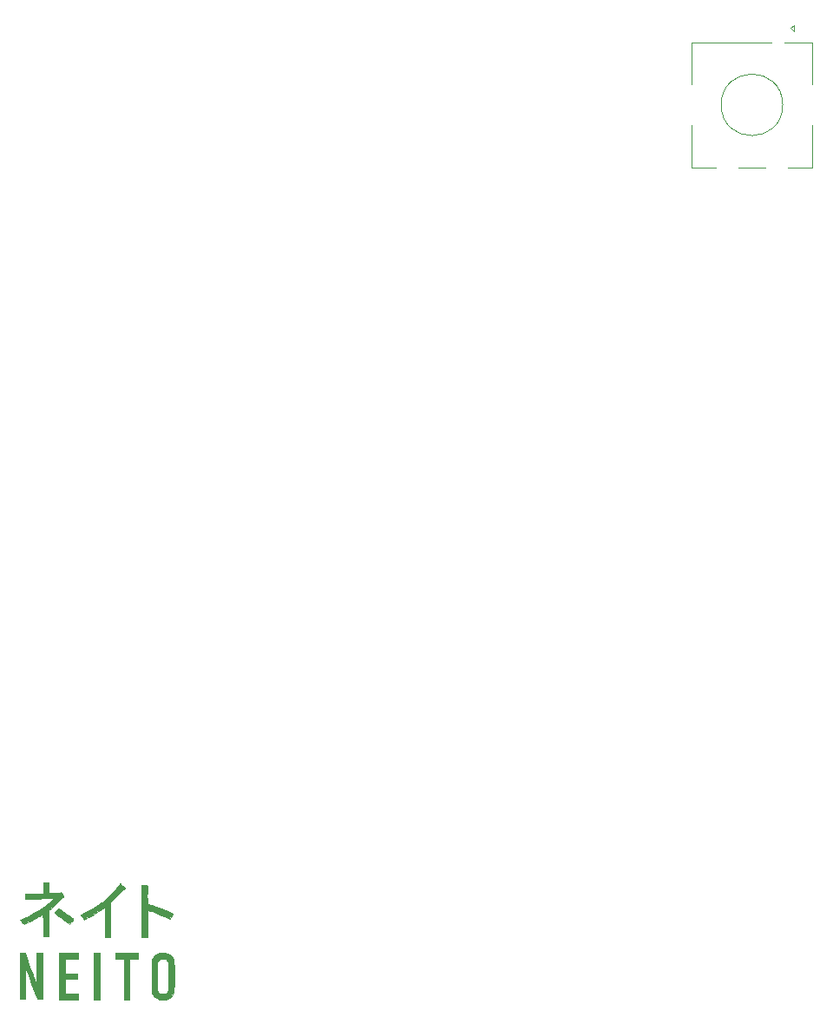
<source format=gto>
G04 #@! TF.GenerationSoftware,KiCad,Pcbnew,(5.1.5-0-10_14)*
G04 #@! TF.CreationDate,2020-08-30T20:07:43+03:00*
G04 #@! TF.ProjectId,arisu,61726973-752e-46b6-9963-61645f706362,1.1*
G04 #@! TF.SameCoordinates,Original*
G04 #@! TF.FileFunction,Legend,Top*
G04 #@! TF.FilePolarity,Positive*
%FSLAX46Y46*%
G04 Gerber Fmt 4.6, Leading zero omitted, Abs format (unit mm)*
G04 Created by KiCad (PCBNEW (5.1.5-0-10_14)) date 2020-08-30 20:07:43*
%MOMM*%
%LPD*%
G04 APERTURE LIST*
%ADD10C,0.010000*%
%ADD11C,0.120000*%
%ADD12C,2.102000*%
%ADD13R,2.102000X2.102000*%
%ADD14C,2.302000*%
%ADD15C,4.102000*%
%ADD16C,1.802000*%
%ADD17C,3.152000*%
%ADD18C,4.502000*%
%ADD19R,1.802000X1.802000*%
%ADD20R,0.402000X2.552000*%
%ADD21R,0.702000X2.552000*%
%ADD22C,0.752000*%
%ADD23O,1.102000X2.202000*%
%ADD24O,1.102000X1.702000*%
G04 APERTURE END LIST*
D10*
G36*
X283242858Y-112416426D02*
G01*
X283400640Y-112508347D01*
X283573574Y-112616001D01*
X283753654Y-112733655D01*
X283932873Y-112855576D01*
X284103224Y-112976032D01*
X284256701Y-113089291D01*
X284385296Y-113189619D01*
X284481003Y-113271285D01*
X284535815Y-113328556D01*
X284545750Y-113349228D01*
X284526221Y-113386323D01*
X284473965Y-113458165D01*
X284398478Y-113552071D01*
X284358717Y-113599013D01*
X284171684Y-113816323D01*
X284017404Y-113688240D01*
X283822487Y-113531303D01*
X283606119Y-113365249D01*
X283385282Y-113202570D01*
X283176963Y-113055757D01*
X282998143Y-112937303D01*
X282986088Y-112929718D01*
X282872160Y-112858256D01*
X282780030Y-112800250D01*
X282721867Y-112763373D01*
X282708120Y-112754429D01*
X282720582Y-112727206D01*
X282764078Y-112661778D01*
X282830542Y-112569972D01*
X282865728Y-112523292D01*
X283035342Y-112300886D01*
X283242858Y-112416426D01*
G37*
X283242858Y-112416426D02*
X283400640Y-112508347D01*
X283573574Y-112616001D01*
X283753654Y-112733655D01*
X283932873Y-112855576D01*
X284103224Y-112976032D01*
X284256701Y-113089291D01*
X284385296Y-113189619D01*
X284481003Y-113271285D01*
X284535815Y-113328556D01*
X284545750Y-113349228D01*
X284526221Y-113386323D01*
X284473965Y-113458165D01*
X284398478Y-113552071D01*
X284358717Y-113599013D01*
X284171684Y-113816323D01*
X284017404Y-113688240D01*
X283822487Y-113531303D01*
X283606119Y-113365249D01*
X283385282Y-113202570D01*
X283176963Y-113055757D01*
X282998143Y-112937303D01*
X282986088Y-112929718D01*
X282872160Y-112858256D01*
X282780030Y-112800250D01*
X282721867Y-112763373D01*
X282708120Y-112754429D01*
X282720582Y-112727206D01*
X282764078Y-112661778D01*
X282830542Y-112569972D01*
X282865728Y-112523292D01*
X283035342Y-112300886D01*
X283242858Y-112416426D01*
G36*
X282010357Y-109731078D02*
G01*
X282107218Y-109744154D01*
X282158087Y-109767486D01*
X282162154Y-109771798D01*
X282181346Y-109819032D01*
X282166041Y-109837172D01*
X282152193Y-109877505D01*
X282141781Y-109975720D01*
X282135178Y-110126273D01*
X282132754Y-110323620D01*
X282132750Y-110333717D01*
X282132750Y-110809686D01*
X282616937Y-110790308D01*
X282826302Y-110781335D01*
X282982649Y-110772904D01*
X283096442Y-110764006D01*
X283178146Y-110753634D01*
X283238223Y-110740778D01*
X283282725Y-110726146D01*
X283325956Y-110742997D01*
X283394667Y-110815118D01*
X283479612Y-110929856D01*
X283563525Y-111062144D01*
X283603153Y-111152548D01*
X283599256Y-111203942D01*
X283556304Y-111219250D01*
X283522791Y-111239752D01*
X283451547Y-111296417D01*
X283351171Y-111381978D01*
X283230261Y-111489172D01*
X283144827Y-111566919D01*
X282983265Y-111713370D01*
X282805881Y-111870816D01*
X282631849Y-112022433D01*
X282480341Y-112151397D01*
X282449648Y-112176953D01*
X282132750Y-112439317D01*
X282132750Y-115029250D01*
X281593000Y-115029250D01*
X281593000Y-113933875D01*
X281592655Y-113677305D01*
X281591676Y-113442083D01*
X281590144Y-113235446D01*
X281588141Y-113064630D01*
X281585749Y-112936873D01*
X281583048Y-112859412D01*
X281580647Y-112838500D01*
X281550672Y-112854082D01*
X281476004Y-112897090D01*
X281366181Y-112961916D01*
X281230741Y-113042949D01*
X281144085Y-113095237D01*
X280956725Y-113204747D01*
X280735764Y-113327821D01*
X280505250Y-113451397D01*
X280289231Y-113562415D01*
X280229681Y-113591890D01*
X279739487Y-113831804D01*
X279556049Y-113628839D01*
X279473218Y-113535546D01*
X279409688Y-113460862D01*
X279375347Y-113416544D01*
X279371999Y-113410000D01*
X279399258Y-113392375D01*
X279473435Y-113357150D01*
X279582322Y-113309886D01*
X279680506Y-113269446D01*
X280209529Y-113035169D01*
X280735117Y-112762336D01*
X281244946Y-112458715D01*
X281726693Y-112132075D01*
X282168036Y-111790185D01*
X282510957Y-111485032D01*
X282720125Y-111284861D01*
X282545500Y-111284216D01*
X282469957Y-111285514D01*
X282340520Y-111289496D01*
X282166719Y-111295797D01*
X281958086Y-111304047D01*
X281724152Y-111313878D01*
X281474450Y-111324924D01*
X281386625Y-111328938D01*
X281128743Y-111340748D01*
X280878926Y-111352047D01*
X280647652Y-111362372D01*
X280445399Y-111371259D01*
X280282643Y-111378245D01*
X280169861Y-111382867D01*
X280148375Y-111383685D01*
X279894375Y-111393065D01*
X279860524Y-111131532D01*
X279826674Y-110870000D01*
X280114524Y-110869910D01*
X280243260Y-110868706D01*
X280418196Y-110865427D01*
X280622082Y-110860483D01*
X280837667Y-110854282D01*
X280997687Y-110849015D01*
X281593000Y-110828209D01*
X281593000Y-109727000D01*
X281858987Y-109727000D01*
X282010357Y-109731078D01*
G37*
X282010357Y-109731078D02*
X282107218Y-109744154D01*
X282158087Y-109767486D01*
X282162154Y-109771798D01*
X282181346Y-109819032D01*
X282166041Y-109837172D01*
X282152193Y-109877505D01*
X282141781Y-109975720D01*
X282135178Y-110126273D01*
X282132754Y-110323620D01*
X282132750Y-110333717D01*
X282132750Y-110809686D01*
X282616937Y-110790308D01*
X282826302Y-110781335D01*
X282982649Y-110772904D01*
X283096442Y-110764006D01*
X283178146Y-110753634D01*
X283238223Y-110740778D01*
X283282725Y-110726146D01*
X283325956Y-110742997D01*
X283394667Y-110815118D01*
X283479612Y-110929856D01*
X283563525Y-111062144D01*
X283603153Y-111152548D01*
X283599256Y-111203942D01*
X283556304Y-111219250D01*
X283522791Y-111239752D01*
X283451547Y-111296417D01*
X283351171Y-111381978D01*
X283230261Y-111489172D01*
X283144827Y-111566919D01*
X282983265Y-111713370D01*
X282805881Y-111870816D01*
X282631849Y-112022433D01*
X282480341Y-112151397D01*
X282449648Y-112176953D01*
X282132750Y-112439317D01*
X282132750Y-115029250D01*
X281593000Y-115029250D01*
X281593000Y-113933875D01*
X281592655Y-113677305D01*
X281591676Y-113442083D01*
X281590144Y-113235446D01*
X281588141Y-113064630D01*
X281585749Y-112936873D01*
X281583048Y-112859412D01*
X281580647Y-112838500D01*
X281550672Y-112854082D01*
X281476004Y-112897090D01*
X281366181Y-112961916D01*
X281230741Y-113042949D01*
X281144085Y-113095237D01*
X280956725Y-113204747D01*
X280735764Y-113327821D01*
X280505250Y-113451397D01*
X280289231Y-113562415D01*
X280229681Y-113591890D01*
X279739487Y-113831804D01*
X279556049Y-113628839D01*
X279473218Y-113535546D01*
X279409688Y-113460862D01*
X279375347Y-113416544D01*
X279371999Y-113410000D01*
X279399258Y-113392375D01*
X279473435Y-113357150D01*
X279582322Y-113309886D01*
X279680506Y-113269446D01*
X280209529Y-113035169D01*
X280735117Y-112762336D01*
X281244946Y-112458715D01*
X281726693Y-112132075D01*
X282168036Y-111790185D01*
X282510957Y-111485032D01*
X282720125Y-111284861D01*
X282545500Y-111284216D01*
X282469957Y-111285514D01*
X282340520Y-111289496D01*
X282166719Y-111295797D01*
X281958086Y-111304047D01*
X281724152Y-111313878D01*
X281474450Y-111324924D01*
X281386625Y-111328938D01*
X281128743Y-111340748D01*
X280878926Y-111352047D01*
X280647652Y-111362372D01*
X280445399Y-111371259D01*
X280282643Y-111378245D01*
X280169861Y-111382867D01*
X280148375Y-111383685D01*
X279894375Y-111393065D01*
X279860524Y-111131532D01*
X279826674Y-110870000D01*
X280114524Y-110869910D01*
X280243260Y-110868706D01*
X280418196Y-110865427D01*
X280622082Y-110860483D01*
X280837667Y-110854282D01*
X280997687Y-110849015D01*
X281593000Y-110828209D01*
X281593000Y-109727000D01*
X281858987Y-109727000D01*
X282010357Y-109731078D01*
G36*
X289131494Y-109871669D02*
G01*
X289192569Y-109917425D01*
X289276322Y-109986294D01*
X289371050Y-110067990D01*
X289465050Y-110152224D01*
X289546621Y-110228709D01*
X289604060Y-110287157D01*
X289625665Y-110317216D01*
X289599342Y-110353090D01*
X289537155Y-110391905D01*
X289464499Y-110419872D01*
X289425818Y-110425716D01*
X289386500Y-110450246D01*
X289332077Y-110511825D01*
X289308695Y-110544779D01*
X289263886Y-110601107D01*
X289181429Y-110694022D01*
X289068845Y-110815479D01*
X288933655Y-110957432D01*
X288783377Y-111111835D01*
X288697507Y-111198658D01*
X288165250Y-111733692D01*
X288165250Y-115061000D01*
X287626140Y-115061000D01*
X287617882Y-113616404D01*
X287609625Y-112171809D01*
X287323294Y-112375720D01*
X287005518Y-112590545D01*
X286648968Y-112811644D01*
X286275360Y-113025977D01*
X285969983Y-113188314D01*
X285600342Y-113377211D01*
X285427981Y-113179293D01*
X285326364Y-113061824D01*
X285263158Y-112982553D01*
X285235378Y-112931527D01*
X285240032Y-112898797D01*
X285274133Y-112874412D01*
X285329277Y-112850658D01*
X285633274Y-112714275D01*
X285968742Y-112544470D01*
X286319977Y-112350325D01*
X286671275Y-112140922D01*
X287006932Y-111925343D01*
X287311244Y-111712673D01*
X287361944Y-111675054D01*
X287640886Y-111452444D01*
X287928484Y-111198434D01*
X288213279Y-110924714D01*
X288483813Y-110642978D01*
X288728628Y-110364917D01*
X288936266Y-110102223D01*
X289022085Y-109981000D01*
X289070151Y-109910029D01*
X289100647Y-109865285D01*
X289104798Y-109859315D01*
X289131494Y-109871669D01*
G37*
X289131494Y-109871669D02*
X289192569Y-109917425D01*
X289276322Y-109986294D01*
X289371050Y-110067990D01*
X289465050Y-110152224D01*
X289546621Y-110228709D01*
X289604060Y-110287157D01*
X289625665Y-110317216D01*
X289599342Y-110353090D01*
X289537155Y-110391905D01*
X289464499Y-110419872D01*
X289425818Y-110425716D01*
X289386500Y-110450246D01*
X289332077Y-110511825D01*
X289308695Y-110544779D01*
X289263886Y-110601107D01*
X289181429Y-110694022D01*
X289068845Y-110815479D01*
X288933655Y-110957432D01*
X288783377Y-111111835D01*
X288697507Y-111198658D01*
X288165250Y-111733692D01*
X288165250Y-115061000D01*
X287626140Y-115061000D01*
X287617882Y-113616404D01*
X287609625Y-112171809D01*
X287323294Y-112375720D01*
X287005518Y-112590545D01*
X286648968Y-112811644D01*
X286275360Y-113025977D01*
X285969983Y-113188314D01*
X285600342Y-113377211D01*
X285427981Y-113179293D01*
X285326364Y-113061824D01*
X285263158Y-112982553D01*
X285235378Y-112931527D01*
X285240032Y-112898797D01*
X285274133Y-112874412D01*
X285329277Y-112850658D01*
X285633274Y-112714275D01*
X285968742Y-112544470D01*
X286319977Y-112350325D01*
X286671275Y-112140922D01*
X287006932Y-111925343D01*
X287311244Y-111712673D01*
X287361944Y-111675054D01*
X287640886Y-111452444D01*
X287928484Y-111198434D01*
X288213279Y-110924714D01*
X288483813Y-110642978D01*
X288728628Y-110364917D01*
X288936266Y-110102223D01*
X289022085Y-109981000D01*
X289070151Y-109910029D01*
X289100647Y-109865285D01*
X289104798Y-109859315D01*
X289131494Y-109871669D01*
G36*
X291664018Y-110047716D02*
G01*
X291772198Y-110058314D01*
X291826172Y-110077713D01*
X291830446Y-110107333D01*
X291800275Y-110140040D01*
X291785547Y-110182247D01*
X291773197Y-110275828D01*
X291763255Y-110410820D01*
X291755750Y-110577262D01*
X291750714Y-110765195D01*
X291748175Y-110964656D01*
X291748165Y-111165684D01*
X291750714Y-111358319D01*
X291755852Y-111532600D01*
X291763609Y-111678565D01*
X291774015Y-111786253D01*
X291787100Y-111845704D01*
X291795074Y-111854250D01*
X291842809Y-111864474D01*
X291939633Y-111892749D01*
X292074941Y-111935482D01*
X292238124Y-111989078D01*
X292418577Y-112049941D01*
X292605692Y-112114478D01*
X292788862Y-112179094D01*
X292957481Y-112240195D01*
X293100943Y-112294185D01*
X293150000Y-112313420D01*
X293344804Y-112392790D01*
X293540016Y-112475451D01*
X293726842Y-112557347D01*
X293896486Y-112634425D01*
X294040153Y-112702629D01*
X294149047Y-112757904D01*
X294214375Y-112796195D01*
X294229500Y-112811103D01*
X294215203Y-112850286D01*
X294176983Y-112930540D01*
X294121844Y-113037480D01*
X294094401Y-113088593D01*
X293959302Y-113337254D01*
X293435588Y-113092603D01*
X293174357Y-112973267D01*
X292913885Y-112859263D01*
X292662044Y-112753641D01*
X292426703Y-112659450D01*
X292215732Y-112579740D01*
X292037003Y-112517560D01*
X291898384Y-112475960D01*
X291807747Y-112457991D01*
X291796572Y-112457500D01*
X291785630Y-112466438D01*
X291776615Y-112496729D01*
X291769356Y-112553585D01*
X291763679Y-112642219D01*
X291759412Y-112767842D01*
X291756384Y-112935669D01*
X291754420Y-113150910D01*
X291753351Y-113418780D01*
X291753001Y-113744490D01*
X291753000Y-113775125D01*
X291753000Y-115092750D01*
X291181500Y-115092750D01*
X291181500Y-110044500D01*
X291497126Y-110044500D01*
X291664018Y-110047716D01*
G37*
X291664018Y-110047716D02*
X291772198Y-110058314D01*
X291826172Y-110077713D01*
X291830446Y-110107333D01*
X291800275Y-110140040D01*
X291785547Y-110182247D01*
X291773197Y-110275828D01*
X291763255Y-110410820D01*
X291755750Y-110577262D01*
X291750714Y-110765195D01*
X291748175Y-110964656D01*
X291748165Y-111165684D01*
X291750714Y-111358319D01*
X291755852Y-111532600D01*
X291763609Y-111678565D01*
X291774015Y-111786253D01*
X291787100Y-111845704D01*
X291795074Y-111854250D01*
X291842809Y-111864474D01*
X291939633Y-111892749D01*
X292074941Y-111935482D01*
X292238124Y-111989078D01*
X292418577Y-112049941D01*
X292605692Y-112114478D01*
X292788862Y-112179094D01*
X292957481Y-112240195D01*
X293100943Y-112294185D01*
X293150000Y-112313420D01*
X293344804Y-112392790D01*
X293540016Y-112475451D01*
X293726842Y-112557347D01*
X293896486Y-112634425D01*
X294040153Y-112702629D01*
X294149047Y-112757904D01*
X294214375Y-112796195D01*
X294229500Y-112811103D01*
X294215203Y-112850286D01*
X294176983Y-112930540D01*
X294121844Y-113037480D01*
X294094401Y-113088593D01*
X293959302Y-113337254D01*
X293435588Y-113092603D01*
X293174357Y-112973267D01*
X292913885Y-112859263D01*
X292662044Y-112753641D01*
X292426703Y-112659450D01*
X292215732Y-112579740D01*
X292037003Y-112517560D01*
X291898384Y-112475960D01*
X291807747Y-112457991D01*
X291796572Y-112457500D01*
X291785630Y-112466438D01*
X291776615Y-112496729D01*
X291769356Y-112553585D01*
X291763679Y-112642219D01*
X291759412Y-112767842D01*
X291756384Y-112935669D01*
X291754420Y-113150910D01*
X291753351Y-113418780D01*
X291753001Y-113744490D01*
X291753000Y-113775125D01*
X291753000Y-115092750D01*
X291181500Y-115092750D01*
X291181500Y-110044500D01*
X291497126Y-110044500D01*
X291664018Y-110047716D01*
G36*
X281529500Y-121125250D02*
G01*
X281031338Y-121125250D01*
X280483031Y-119625062D01*
X280375196Y-119330925D01*
X280273287Y-119054695D01*
X280179484Y-118802159D01*
X280095968Y-118579104D01*
X280024918Y-118391320D01*
X279968514Y-118244593D01*
X279928937Y-118144712D01*
X279908366Y-118097464D01*
X279906612Y-118094712D01*
X279900574Y-118118919D01*
X279895076Y-118201792D01*
X279890210Y-118338498D01*
X279886066Y-118524204D01*
X279882734Y-118754077D01*
X279880306Y-119023284D01*
X279878871Y-119326994D01*
X279878500Y-119594899D01*
X279878500Y-121125250D01*
X279338750Y-121125250D01*
X279338750Y-116648500D01*
X279584812Y-116648643D01*
X279830875Y-116648787D01*
X280381848Y-118199899D01*
X280488706Y-118500078D01*
X280589797Y-118782803D01*
X280683023Y-119042292D01*
X280766286Y-119272766D01*
X280837487Y-119468443D01*
X280894529Y-119623541D01*
X280935314Y-119732280D01*
X280957743Y-119788878D01*
X280960799Y-119795192D01*
X280966736Y-119773938D01*
X280972161Y-119693732D01*
X280976989Y-119559121D01*
X280981138Y-119374653D01*
X280984523Y-119144875D01*
X280987062Y-118874333D01*
X280988671Y-118567575D01*
X280989263Y-118243937D01*
X280989750Y-116648500D01*
X281529500Y-116648500D01*
X281529500Y-121125250D01*
G37*
X281529500Y-121125250D02*
X281031338Y-121125250D01*
X280483031Y-119625062D01*
X280375196Y-119330925D01*
X280273287Y-119054695D01*
X280179484Y-118802159D01*
X280095968Y-118579104D01*
X280024918Y-118391320D01*
X279968514Y-118244593D01*
X279928937Y-118144712D01*
X279908366Y-118097464D01*
X279906612Y-118094712D01*
X279900574Y-118118919D01*
X279895076Y-118201792D01*
X279890210Y-118338498D01*
X279886066Y-118524204D01*
X279882734Y-118754077D01*
X279880306Y-119023284D01*
X279878871Y-119326994D01*
X279878500Y-119594899D01*
X279878500Y-121125250D01*
X279338750Y-121125250D01*
X279338750Y-116648500D01*
X279584812Y-116648643D01*
X279830875Y-116648787D01*
X280381848Y-118199899D01*
X280488706Y-118500078D01*
X280589797Y-118782803D01*
X280683023Y-119042292D01*
X280766286Y-119272766D01*
X280837487Y-119468443D01*
X280894529Y-119623541D01*
X280935314Y-119732280D01*
X280957743Y-119788878D01*
X280960799Y-119795192D01*
X280966736Y-119773938D01*
X280972161Y-119693732D01*
X280976989Y-119559121D01*
X280981138Y-119374653D01*
X280984523Y-119144875D01*
X280987062Y-118874333D01*
X280988671Y-118567575D01*
X280989263Y-118243937D01*
X280989750Y-116648500D01*
X281529500Y-116648500D01*
X281529500Y-121125250D01*
G36*
X290832250Y-117186295D02*
G01*
X290443312Y-117195210D01*
X290054375Y-117204125D01*
X290046197Y-119180562D01*
X290038019Y-121157000D01*
X289499230Y-121157000D01*
X289491052Y-119180562D01*
X289482875Y-117204125D01*
X289078062Y-117195238D01*
X288673250Y-117186352D01*
X288673250Y-116648500D01*
X290832250Y-116648500D01*
X290832250Y-117186295D01*
G37*
X290832250Y-117186295D02*
X290443312Y-117195210D01*
X290054375Y-117204125D01*
X290046197Y-119180562D01*
X290038019Y-121157000D01*
X289499230Y-121157000D01*
X289491052Y-119180562D01*
X289482875Y-117204125D01*
X289078062Y-117195238D01*
X288673250Y-117186352D01*
X288673250Y-116648500D01*
X290832250Y-116648500D01*
X290832250Y-117186295D01*
G36*
X287117500Y-121157000D02*
G01*
X286546000Y-121157000D01*
X286546000Y-116648500D01*
X287117500Y-116648500D01*
X287117500Y-121157000D01*
G37*
X287117500Y-121157000D02*
X286546000Y-121157000D01*
X286546000Y-116648500D01*
X287117500Y-116648500D01*
X287117500Y-121157000D01*
G36*
X285053750Y-117188250D02*
G01*
X283720250Y-117188250D01*
X283720250Y-118648750D01*
X284895000Y-118648750D01*
X284895000Y-119188500D01*
X283720250Y-119188500D01*
X283720250Y-120617250D01*
X285053750Y-120617250D01*
X285053750Y-121157000D01*
X283148750Y-121157000D01*
X283148750Y-116648500D01*
X285053750Y-116648500D01*
X285053750Y-117188250D01*
G37*
X285053750Y-117188250D02*
X283720250Y-117188250D01*
X283720250Y-118648750D01*
X284895000Y-118648750D01*
X284895000Y-119188500D01*
X283720250Y-119188500D01*
X283720250Y-120617250D01*
X285053750Y-120617250D01*
X285053750Y-121157000D01*
X283148750Y-121157000D01*
X283148750Y-116648500D01*
X285053750Y-116648500D01*
X285053750Y-117188250D01*
G36*
X293276332Y-116633099D02*
G01*
X293440978Y-116635668D01*
X293560584Y-116644628D01*
X293653499Y-116662684D01*
X293738076Y-116692543D01*
X293767377Y-116705489D01*
X293957084Y-116808275D01*
X294099348Y-116925391D01*
X294210224Y-117070613D01*
X294228116Y-117100853D01*
X294265578Y-117171242D01*
X294296896Y-117243951D01*
X294322555Y-117325056D01*
X294343038Y-117420634D01*
X294358830Y-117536760D01*
X294370415Y-117679511D01*
X294378276Y-117854963D01*
X294382899Y-118069192D01*
X294384767Y-118328274D01*
X294384364Y-118638285D01*
X294382174Y-119005303D01*
X294381976Y-119031976D01*
X294379395Y-119360866D01*
X294376816Y-119632612D01*
X294373913Y-119853569D01*
X294370359Y-120030092D01*
X294365825Y-120168537D01*
X294359986Y-120275258D01*
X294352514Y-120356611D01*
X294343081Y-120418952D01*
X294331362Y-120468634D01*
X294317027Y-120512013D01*
X294304099Y-120544884D01*
X294194478Y-120755769D01*
X294054046Y-120918151D01*
X293872161Y-121043739D01*
X293831690Y-121064579D01*
X293713171Y-121117761D01*
X293606391Y-121150278D01*
X293485058Y-121168242D01*
X293349292Y-121176700D01*
X293169692Y-121177351D01*
X293013779Y-121164712D01*
X292925506Y-121147366D01*
X292685393Y-121049755D01*
X292488492Y-120906001D01*
X292336246Y-120717447D01*
X292238052Y-120508983D01*
X292224666Y-120465835D01*
X292213559Y-120415984D01*
X292204521Y-120353431D01*
X292197343Y-120272174D01*
X292191818Y-120166213D01*
X292187735Y-120029547D01*
X292184887Y-119856176D01*
X292183064Y-119640099D01*
X292182058Y-119375315D01*
X292181661Y-119055824D01*
X292181628Y-118897919D01*
X292737250Y-118897919D01*
X292737434Y-119241838D01*
X292738384Y-119528219D01*
X292740696Y-119763020D01*
X292744968Y-119952203D01*
X292751795Y-120101727D01*
X292761774Y-120217553D01*
X292775503Y-120305642D01*
X292793576Y-120371954D01*
X292816592Y-120422449D01*
X292845146Y-120463087D01*
X292879836Y-120499830D01*
X292899444Y-120518395D01*
X292986859Y-120579768D01*
X293069631Y-120617122D01*
X293195159Y-120636389D01*
X293344555Y-120631680D01*
X293488795Y-120605891D01*
X293594150Y-120564780D01*
X293669729Y-120499105D01*
X293738754Y-120405944D01*
X293753924Y-120377731D01*
X293769266Y-120343250D01*
X293781890Y-120305041D01*
X293792060Y-120256906D01*
X293800040Y-120192646D01*
X293806093Y-120106066D01*
X293810483Y-119990966D01*
X293813476Y-119841149D01*
X293815333Y-119650418D01*
X293816321Y-119412574D01*
X293816702Y-119121421D01*
X293816750Y-118902750D01*
X293816619Y-118573974D01*
X293816053Y-118302501D01*
X293814786Y-118082133D01*
X293812554Y-117906671D01*
X293809095Y-117769918D01*
X293804143Y-117665677D01*
X293797435Y-117587749D01*
X293788706Y-117529938D01*
X293777693Y-117486045D01*
X293764132Y-117449873D01*
X293753924Y-117427768D01*
X293669149Y-117301270D01*
X293554686Y-117220360D01*
X293401068Y-117179982D01*
X293277000Y-117173076D01*
X293093156Y-117190029D01*
X292954563Y-117244258D01*
X292851755Y-117340819D01*
X292800075Y-117427768D01*
X292784707Y-117462310D01*
X292772067Y-117500586D01*
X292761889Y-117548806D01*
X292753908Y-117613181D01*
X292747859Y-117699922D01*
X292743475Y-117815240D01*
X292740492Y-117965347D01*
X292738645Y-118156452D01*
X292737667Y-118394768D01*
X292737294Y-118686504D01*
X292737250Y-118897919D01*
X292181628Y-118897919D01*
X292181625Y-118886875D01*
X292181694Y-118544220D01*
X292182076Y-118258998D01*
X292183035Y-118025141D01*
X292184832Y-117836583D01*
X292187730Y-117687256D01*
X292191993Y-117571093D01*
X292197882Y-117482026D01*
X292205661Y-117413989D01*
X292215592Y-117360914D01*
X292227937Y-117316734D01*
X292242961Y-117275382D01*
X292252417Y-117251750D01*
X292355957Y-117049839D01*
X292489251Y-116894415D01*
X292666224Y-116770466D01*
X292729775Y-116737245D01*
X292830412Y-116689797D01*
X292912956Y-116659394D01*
X292997022Y-116642299D01*
X293102229Y-116634774D01*
X293248195Y-116633079D01*
X293276332Y-116633099D01*
G37*
X293276332Y-116633099D02*
X293440978Y-116635668D01*
X293560584Y-116644628D01*
X293653499Y-116662684D01*
X293738076Y-116692543D01*
X293767377Y-116705489D01*
X293957084Y-116808275D01*
X294099348Y-116925391D01*
X294210224Y-117070613D01*
X294228116Y-117100853D01*
X294265578Y-117171242D01*
X294296896Y-117243951D01*
X294322555Y-117325056D01*
X294343038Y-117420634D01*
X294358830Y-117536760D01*
X294370415Y-117679511D01*
X294378276Y-117854963D01*
X294382899Y-118069192D01*
X294384767Y-118328274D01*
X294384364Y-118638285D01*
X294382174Y-119005303D01*
X294381976Y-119031976D01*
X294379395Y-119360866D01*
X294376816Y-119632612D01*
X294373913Y-119853569D01*
X294370359Y-120030092D01*
X294365825Y-120168537D01*
X294359986Y-120275258D01*
X294352514Y-120356611D01*
X294343081Y-120418952D01*
X294331362Y-120468634D01*
X294317027Y-120512013D01*
X294304099Y-120544884D01*
X294194478Y-120755769D01*
X294054046Y-120918151D01*
X293872161Y-121043739D01*
X293831690Y-121064579D01*
X293713171Y-121117761D01*
X293606391Y-121150278D01*
X293485058Y-121168242D01*
X293349292Y-121176700D01*
X293169692Y-121177351D01*
X293013779Y-121164712D01*
X292925506Y-121147366D01*
X292685393Y-121049755D01*
X292488492Y-120906001D01*
X292336246Y-120717447D01*
X292238052Y-120508983D01*
X292224666Y-120465835D01*
X292213559Y-120415984D01*
X292204521Y-120353431D01*
X292197343Y-120272174D01*
X292191818Y-120166213D01*
X292187735Y-120029547D01*
X292184887Y-119856176D01*
X292183064Y-119640099D01*
X292182058Y-119375315D01*
X292181661Y-119055824D01*
X292181628Y-118897919D01*
X292737250Y-118897919D01*
X292737434Y-119241838D01*
X292738384Y-119528219D01*
X292740696Y-119763020D01*
X292744968Y-119952203D01*
X292751795Y-120101727D01*
X292761774Y-120217553D01*
X292775503Y-120305642D01*
X292793576Y-120371954D01*
X292816592Y-120422449D01*
X292845146Y-120463087D01*
X292879836Y-120499830D01*
X292899444Y-120518395D01*
X292986859Y-120579768D01*
X293069631Y-120617122D01*
X293195159Y-120636389D01*
X293344555Y-120631680D01*
X293488795Y-120605891D01*
X293594150Y-120564780D01*
X293669729Y-120499105D01*
X293738754Y-120405944D01*
X293753924Y-120377731D01*
X293769266Y-120343250D01*
X293781890Y-120305041D01*
X293792060Y-120256906D01*
X293800040Y-120192646D01*
X293806093Y-120106066D01*
X293810483Y-119990966D01*
X293813476Y-119841149D01*
X293815333Y-119650418D01*
X293816321Y-119412574D01*
X293816702Y-119121421D01*
X293816750Y-118902750D01*
X293816619Y-118573974D01*
X293816053Y-118302501D01*
X293814786Y-118082133D01*
X293812554Y-117906671D01*
X293809095Y-117769918D01*
X293804143Y-117665677D01*
X293797435Y-117587749D01*
X293788706Y-117529938D01*
X293777693Y-117486045D01*
X293764132Y-117449873D01*
X293753924Y-117427768D01*
X293669149Y-117301270D01*
X293554686Y-117220360D01*
X293401068Y-117179982D01*
X293277000Y-117173076D01*
X293093156Y-117190029D01*
X292954563Y-117244258D01*
X292851755Y-117340819D01*
X292800075Y-117427768D01*
X292784707Y-117462310D01*
X292772067Y-117500586D01*
X292761889Y-117548806D01*
X292753908Y-117613181D01*
X292747859Y-117699922D01*
X292743475Y-117815240D01*
X292740492Y-117965347D01*
X292738645Y-118156452D01*
X292737667Y-118394768D01*
X292737294Y-118686504D01*
X292737250Y-118897919D01*
X292181628Y-118897919D01*
X292181625Y-118886875D01*
X292181694Y-118544220D01*
X292182076Y-118258998D01*
X292183035Y-118025141D01*
X292184832Y-117836583D01*
X292187730Y-117687256D01*
X292191993Y-117571093D01*
X292197882Y-117482026D01*
X292205661Y-117413989D01*
X292215592Y-117360914D01*
X292227937Y-117316734D01*
X292242961Y-117275382D01*
X292252417Y-117251750D01*
X292355957Y-117049839D01*
X292489251Y-116894415D01*
X292666224Y-116770466D01*
X292729775Y-116737245D01*
X292830412Y-116689797D01*
X292912956Y-116659394D01*
X292997022Y-116642299D01*
X293102229Y-116634774D01*
X293248195Y-116633079D01*
X293276332Y-116633099D01*
D11*
X353770000Y-33960000D02*
G75*
G03X353770000Y-33960000I-3000000J0D01*
G01*
X356670000Y-35960000D02*
X356670000Y-40060000D01*
X344870000Y-40060000D02*
X344870000Y-35960000D01*
X344870000Y-31960000D02*
X344870000Y-27860000D01*
X356670000Y-31960000D02*
X356670000Y-27860000D01*
X356670000Y-27860000D02*
X344870000Y-27860000D01*
X354570000Y-26460000D02*
X354870000Y-26160000D01*
X354870000Y-26160000D02*
X354870000Y-26760000D01*
X354870000Y-26760000D02*
X354570000Y-26460000D01*
X356670000Y-40060000D02*
X354270000Y-40060000D01*
X352070000Y-40060000D02*
X349470000Y-40060000D01*
X347270000Y-40060000D02*
X344870000Y-40060000D01*
X351270000Y-33960000D02*
X350270000Y-33960000D01*
X350770000Y-33460000D02*
X350770000Y-34460000D01*
%LPC*%
D12*
X348270000Y-40960000D03*
X353270000Y-40960000D03*
X348270000Y-26460000D03*
X350770000Y-26460000D03*
D13*
X353270000Y-26460000D03*
D14*
X333861250Y-69835000D03*
X331321250Y-63485000D03*
D15*
X328781250Y-67295000D03*
D16*
X328781250Y-62215000D03*
X328781250Y-72375000D03*
D15*
X320541250Y-79195000D03*
X320541250Y-55395000D03*
D17*
X335781250Y-55395000D03*
X335781250Y-79195000D03*
D16*
X51336250Y-76820000D03*
X41176250Y-76820000D03*
D15*
X46256250Y-76820000D03*
D14*
X42446250Y-74280000D03*
X48796250Y-71740000D03*
D18*
X241060266Y-120608720D03*
X345449949Y-110157503D03*
D19*
X220726000Y-26416000D03*
X218186000Y-26416000D03*
X215646000Y-26416000D03*
X213106000Y-26416000D03*
X210566000Y-26416000D03*
X208026000Y-26416000D03*
X141224000Y-26416000D03*
X138684000Y-26416000D03*
X136144000Y-26416000D03*
X133604000Y-26416000D03*
D14*
X49880000Y-33640000D03*
X43530000Y-36180000D03*
D15*
X47340000Y-38720000D03*
D16*
X42260000Y-38720000D03*
X52420000Y-38720000D03*
X53020000Y-57770000D03*
X42860000Y-57770000D03*
D15*
X47940000Y-57770000D03*
D14*
X44130000Y-55230000D03*
X50480000Y-52690000D03*
D16*
X44790000Y-114920000D03*
X34630000Y-114920000D03*
D15*
X39710000Y-114920000D03*
D14*
X35900000Y-112380000D03*
X42250000Y-109840000D03*
X68930000Y-33640000D03*
X62580000Y-36180000D03*
D15*
X66390000Y-38720000D03*
D16*
X61310000Y-38720000D03*
X71470000Y-38720000D03*
D14*
X74290000Y-52690000D03*
X67940000Y-55230000D03*
D15*
X71750000Y-57770000D03*
D16*
X66670000Y-57770000D03*
X76830000Y-57770000D03*
D14*
X74990000Y-71740000D03*
X68640000Y-74280000D03*
D15*
X72450000Y-76820000D03*
D16*
X67370000Y-76820000D03*
X77530000Y-76820000D03*
D14*
X80340000Y-90790000D03*
X73990000Y-93330000D03*
D15*
X77800000Y-95870000D03*
D16*
X72720000Y-95870000D03*
X82880000Y-95870000D03*
D14*
X87980000Y-32139615D03*
X81630000Y-34679615D03*
D15*
X85440000Y-37219615D03*
D16*
X80360000Y-37219615D03*
X90520000Y-37219615D03*
D14*
X95793034Y-53652945D03*
X89053701Y-54817200D03*
D15*
X92252348Y-58093839D03*
D16*
X87283358Y-57037647D03*
X97221338Y-59150030D03*
D14*
X96490701Y-73276838D03*
X89751368Y-74441093D03*
D15*
X92950015Y-77717732D03*
D16*
X87981025Y-76661540D03*
X97919005Y-78773923D03*
D14*
X101846783Y-93890907D03*
X95107450Y-95055162D03*
D15*
X98306097Y-98331801D03*
D16*
X93337107Y-97275609D03*
X103275087Y-99387992D03*
X103972788Y-119011881D03*
X94034808Y-116899498D03*
D15*
X99003798Y-117955689D03*
D14*
X95805151Y-114679051D03*
X102544484Y-113514795D03*
X109070692Y-36999602D03*
X102331359Y-38163857D03*
D15*
X105530006Y-41440496D03*
D16*
X100561016Y-40384304D03*
X110498996Y-42496687D03*
D14*
X114426744Y-57613671D03*
X107687411Y-58777926D03*
D15*
X110886058Y-62054565D03*
D16*
X105917068Y-60998373D03*
X115855048Y-63110756D03*
D14*
X115124411Y-77237565D03*
X108385078Y-78401820D03*
D15*
X111583725Y-81678459D03*
D16*
X106614735Y-80622267D03*
X116552715Y-82734650D03*
D14*
X120480493Y-97851633D03*
X113741160Y-99015888D03*
D15*
X116939807Y-102292527D03*
D16*
X111970817Y-101236335D03*
X121908797Y-103348718D03*
D14*
X127704403Y-40960320D03*
X120965070Y-42124575D03*
D15*
X124163717Y-45401214D03*
D16*
X119194727Y-44345022D03*
X129132707Y-46457405D03*
D14*
X133060454Y-61574398D03*
X126321121Y-62738653D03*
D15*
X129519768Y-66015292D03*
D16*
X124550778Y-64959100D03*
X134488758Y-67071483D03*
D14*
X133758121Y-81198292D03*
X127018788Y-82362547D03*
D15*
X130217435Y-85639186D03*
D16*
X125248445Y-84582994D03*
X135186425Y-86695377D03*
D14*
X139114202Y-101812360D03*
X132374869Y-102976615D03*
D15*
X135573516Y-106253254D03*
D16*
X130604526Y-105197062D03*
X140542506Y-107309445D03*
D17*
X141797364Y-134208124D03*
X118517451Y-129259826D03*
D15*
X121686025Y-114352856D03*
X144965938Y-119301154D03*
D16*
X136581779Y-125943133D03*
X126643799Y-123830750D03*
D15*
X131612789Y-124886942D03*
D14*
X128414142Y-121610303D03*
X135153475Y-120446047D03*
X146338115Y-44921038D03*
X139598782Y-46085293D03*
D15*
X142797429Y-49361932D03*
D16*
X137828439Y-48305740D03*
X147766419Y-50418123D03*
D14*
X151694164Y-65535125D03*
X144954831Y-66699380D03*
D15*
X148153478Y-69976019D03*
D16*
X143184488Y-68919827D03*
X153122468Y-71032210D03*
D14*
X152391831Y-85159019D03*
X145652498Y-86323274D03*
D15*
X148851145Y-89599913D03*
D16*
X143882155Y-88543721D03*
X153820135Y-90656104D03*
D14*
X157747912Y-105773087D03*
X151008579Y-106937342D03*
D15*
X154207226Y-110213981D03*
D16*
X149238236Y-109157789D03*
X159176216Y-111270172D03*
D14*
X163104049Y-126387116D03*
X156364716Y-127551371D03*
D15*
X159563363Y-130828010D03*
D16*
X154594373Y-129771818D03*
X164532353Y-131884201D03*
D14*
X164971827Y-48881755D03*
X158232494Y-50046010D03*
D15*
X161431141Y-53322649D03*
D16*
X156462151Y-52266457D03*
X166400131Y-54378840D03*
D14*
X185660941Y-68438939D03*
X179977800Y-72243673D03*
D15*
X184232638Y-73936024D03*
D16*
X179263648Y-74992215D03*
X189201628Y-72879833D03*
D14*
X194280062Y-86082491D03*
X188596921Y-89887225D03*
D15*
X192851759Y-91579576D03*
D16*
X187882769Y-92635767D03*
X197820749Y-90523385D03*
D14*
X202899183Y-103726043D03*
X197216042Y-107530777D03*
D15*
X201470880Y-109223128D03*
D16*
X196501890Y-110279319D03*
X206439870Y-108166937D03*
D14*
X191017168Y-47824840D03*
X185334027Y-51629574D03*
D15*
X189588865Y-53321925D03*
D16*
X184619875Y-54378116D03*
X194557855Y-52265734D03*
D14*
X204294652Y-64478221D03*
X198611511Y-68282955D03*
D15*
X202866349Y-69975306D03*
D16*
X197897359Y-71031497D03*
X207835339Y-68919115D03*
D14*
X212913773Y-82121773D03*
X207230632Y-85926507D03*
D15*
X211485470Y-87618858D03*
D16*
X206516480Y-88675049D03*
X216454460Y-86562667D03*
D14*
X221532895Y-99765325D03*
X215849754Y-103570059D03*
D15*
X220104592Y-105262410D03*
D16*
X215135602Y-106318601D03*
X225073582Y-104206219D03*
D17*
X225514604Y-130744422D03*
X202234691Y-135692720D03*
D15*
X199066117Y-120785751D03*
X222346030Y-115837453D03*
D16*
X217388255Y-125315347D03*
X207450276Y-127427729D03*
D15*
X212419266Y-126371538D03*
D14*
X208164428Y-124679187D03*
X213847569Y-120874453D03*
X209650880Y-43864122D03*
X203967739Y-47668856D03*
D15*
X208222577Y-49361207D03*
D16*
X203253587Y-50417398D03*
X213191567Y-48305016D03*
D14*
X222928364Y-60517504D03*
X217245223Y-64322238D03*
D15*
X221500061Y-66014589D03*
D16*
X216531071Y-67070780D03*
X226469051Y-64958398D03*
D14*
X231547485Y-78161056D03*
X225864344Y-81965790D03*
D15*
X230119182Y-83658141D03*
D16*
X225150192Y-84714332D03*
X235088172Y-82601950D03*
D14*
X240166606Y-95804608D03*
X234483465Y-99609342D03*
D15*
X238738303Y-101301693D03*
D16*
X233769313Y-102357884D03*
X243707293Y-100245502D03*
D14*
X228284592Y-39903405D03*
X222601451Y-43708139D03*
D15*
X226856289Y-45400490D03*
D16*
X221887299Y-46456681D03*
X231825279Y-44344299D03*
D14*
X241562076Y-56556786D03*
X235878935Y-60361520D03*
D15*
X240133773Y-62053871D03*
D16*
X235164783Y-63110062D03*
X245102763Y-60997680D03*
D14*
X250181197Y-74200338D03*
X244498056Y-78005072D03*
D15*
X248752894Y-79697423D03*
D16*
X243783904Y-80753614D03*
X253721884Y-78641232D03*
D14*
X258800318Y-91843890D03*
X253117177Y-95648624D03*
D15*
X257372015Y-97340975D03*
D16*
X252403025Y-98397166D03*
X262341005Y-96284784D03*
X256984892Y-116898834D03*
X247046912Y-119011217D03*
D15*
X252015902Y-117955026D03*
D14*
X247761064Y-116262674D03*
X253444205Y-112457940D03*
X246918303Y-35942687D03*
X241235162Y-39747421D03*
D15*
X245490000Y-41439772D03*
D16*
X240521010Y-42495963D03*
X250458990Y-40383581D03*
D14*
X260195788Y-52596068D03*
X254512647Y-56400802D03*
D15*
X258767485Y-58093153D03*
D16*
X253798495Y-59149344D03*
X263736475Y-57036962D03*
D14*
X271790000Y-71740000D03*
X265440000Y-74280000D03*
D15*
X269250000Y-76820000D03*
D16*
X264170000Y-76820000D03*
X274330000Y-76820000D03*
D14*
X281315019Y-90789998D03*
X274965019Y-93329998D03*
D15*
X278775019Y-95869998D03*
D16*
X273695019Y-95869998D03*
X283855019Y-95869998D03*
D14*
X272380000Y-32139615D03*
X266030000Y-34679615D03*
D15*
X269840000Y-37219615D03*
D16*
X264760000Y-37219615D03*
X274920000Y-37219615D03*
D14*
X286070000Y-52690000D03*
X279720000Y-55230000D03*
D15*
X283530000Y-57770000D03*
D16*
X278450000Y-57770000D03*
X288610000Y-57770000D03*
D14*
X290840000Y-71740000D03*
X284490000Y-74280000D03*
D15*
X288300000Y-76820000D03*
D16*
X283220000Y-76820000D03*
X293380000Y-76820000D03*
X310048769Y-95869998D03*
X299888769Y-95869998D03*
D15*
X304968769Y-95869998D03*
D14*
X301158769Y-93329998D03*
X307508769Y-90789998D03*
X291430000Y-33640000D03*
X285080000Y-36180000D03*
D15*
X288890000Y-38720000D03*
D16*
X283810000Y-38720000D03*
X293970000Y-38720000D03*
D14*
X305120000Y-52690000D03*
X298770000Y-55230000D03*
D15*
X302580000Y-57770000D03*
D16*
X297500000Y-57770000D03*
X307660000Y-57770000D03*
D14*
X319414949Y-114602503D03*
X313064949Y-117142503D03*
D15*
X316874949Y-119682503D03*
D16*
X311794949Y-119682503D03*
X321954949Y-119682503D03*
D14*
X310480000Y-33640000D03*
X304130000Y-36180000D03*
D15*
X307940000Y-38720000D03*
D16*
X302860000Y-38720000D03*
X313020000Y-38720000D03*
D14*
X338464949Y-95552503D03*
X332114949Y-98092503D03*
D15*
X335924949Y-100632503D03*
D16*
X330844949Y-100632503D03*
X341004949Y-100632503D03*
D14*
X338464949Y-114602503D03*
X332114949Y-117142503D03*
D15*
X335924949Y-119682503D03*
D16*
X330844949Y-119682503D03*
X341004949Y-119682503D03*
D14*
X329530000Y-33640000D03*
X323180000Y-36180000D03*
D15*
X326990000Y-38720000D03*
D16*
X321910000Y-38720000D03*
X332070000Y-38720000D03*
D14*
X353342542Y-28877509D03*
X346992542Y-31417509D03*
D15*
X350802542Y-33957509D03*
D16*
X345722542Y-33957509D03*
X355882542Y-33957509D03*
D14*
X357515000Y-47927516D03*
X351165000Y-50467516D03*
D15*
X354975000Y-53007516D03*
D16*
X349895000Y-53007516D03*
X360055000Y-53007516D03*
D14*
X361784949Y-66977519D03*
X355434949Y-69517519D03*
D15*
X359244949Y-72057519D03*
D16*
X354164949Y-72057519D03*
X364324949Y-72057519D03*
D14*
X357514949Y-114602503D03*
X351164949Y-117142503D03*
D15*
X354974949Y-119682503D03*
D16*
X349894949Y-119682503D03*
X360054949Y-119682503D03*
D19*
X151384000Y-26416000D03*
X146304000Y-26416000D03*
X148844000Y-26416000D03*
X143764000Y-26416000D03*
D18*
X56865000Y-48245000D03*
X51197500Y-114920000D03*
X121827220Y-27932509D03*
X109959436Y-120609368D03*
X229192785Y-27932509D03*
X345450000Y-43482516D03*
D14*
X61290000Y-90790000D03*
X54940000Y-93330000D03*
D15*
X58750000Y-95870000D03*
D16*
X53670000Y-95870000D03*
X63830000Y-95870000D03*
D14*
X39858750Y-90790000D03*
X33508750Y-93330000D03*
D15*
X37318750Y-95870000D03*
D16*
X32238750Y-95870000D03*
X42398750Y-95870000D03*
X312430000Y-76820000D03*
X302270000Y-76820000D03*
D15*
X307350000Y-76820000D03*
D14*
X303540000Y-74280000D03*
X309890000Y-71740000D03*
D20*
X175320000Y-31135000D03*
D21*
X177520000Y-31135000D03*
X178320000Y-31135000D03*
D22*
X172180000Y-29190000D03*
D23*
X170750000Y-29720000D03*
D24*
X170750000Y-25540000D03*
X179390000Y-25540000D03*
D23*
X179390000Y-29720000D03*
D22*
X177960000Y-29190000D03*
D21*
X171820000Y-31135000D03*
X172620000Y-31135000D03*
D20*
X175820000Y-31135000D03*
X176320000Y-31135000D03*
X176820000Y-31135000D03*
X174820000Y-31135000D03*
X174320000Y-31135000D03*
X173820000Y-31135000D03*
X173320000Y-31135000D03*
M02*

</source>
